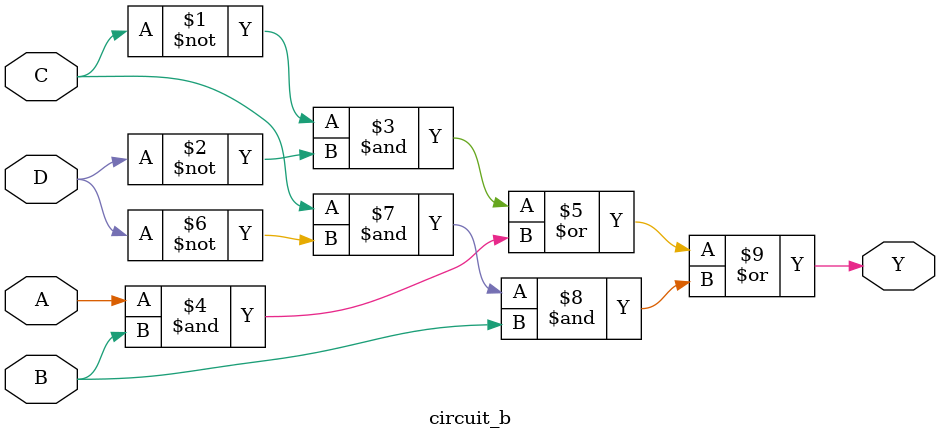
<source format=v>
module circuit_b(
    input A,B,C,D,
    output Y
    // Declare Y output
);

    assign Y = (~C & ~D) |
               (A & B) |
               (C & ~D & B);

endmodule

</source>
